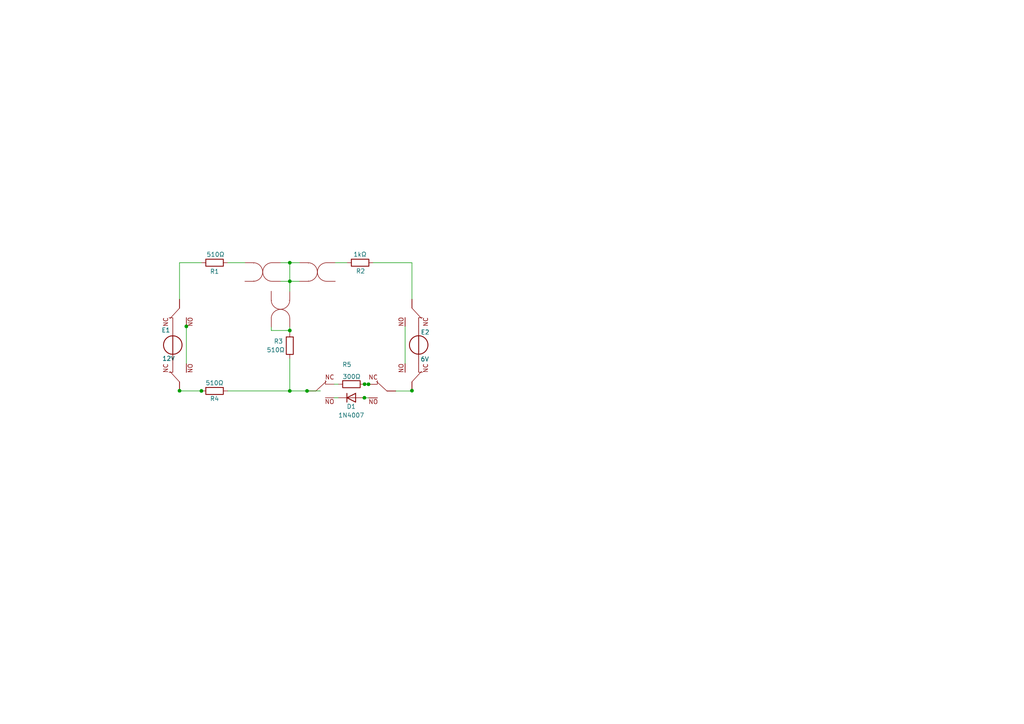
<source format=kicad_sch>
(kicad_sch (version 20211123) (generator eeschema)

  (uuid 1983aec5-1abc-426b-ad6b-36ebd5990c3c)

  (paper "A4")

  (lib_symbols
    (symbol "AmPlug_1" (pin_numbers hide) (pin_names hide) (in_bom yes) (on_board yes)
      (property "Reference" "P1" (id 0) (at -0.0127 7.7978 0)
        (effects (font (size 1.27 1.27)) hide)
      )
      (property "Value" "AmPlug" (id 1) (at -0.0127 5.2578 0)
        (effects (font (size 1.27 1.27)) hide)
      )
      (property "Footprint" "test2021:ImaPlug" (id 2) (at 0 0 0)
        (effects (font (size 1.27 1.27)) hide)
      )
      (property "Datasheet" "" (id 3) (at 0 0 0)
        (effects (font (size 1.27 1.27)) hide)
      )
      (symbol "AmPlug_1_0_1"
        (arc (start -2.6745 -2.6936) (mid -0.0241 -0.0381) (end -2.5983 2.6912)
          (stroke (width 0) (type default) (color 0 0 0 0))
          (fill (type none))
        )
        (arc (start -2.5908 2.4892) (mid -2.5908 2.4892) (end -2.5908 2.4892)
          (stroke (width 0) (type default) (color 0 0 0 0))
          (fill (type none))
        )
        (arc (start -2.5654 -2.5654) (mid -2.5654 -2.5654) (end -2.5654 -2.5654)
          (stroke (width 0) (type default) (color 0 0 0 0))
          (fill (type none))
        )
        (arc (start 2.6745 2.6936) (mid 0.0241 0.0381) (end 2.5983 -2.6912)
          (stroke (width 0) (type default) (color 0 0 0 0))
          (fill (type none))
        )
      )
      (symbol "AmPlug_1_1_1"
        (pin passive line (at -5.1816 2.6924 0) (length 2.54)
          (name "1" (effects (font (size 1.27 1.27))))
          (number "1" (effects (font (size 1.27 1.27))))
        )
        (pin passive line (at -5.1816 -2.6924 0) (length 2.54)
          (name "2" (effects (font (size 1.27 1.27))))
          (number "2" (effects (font (size 1.27 1.27))))
        )
        (pin passive line (at 5.207 2.6924 180) (length 2.54)
          (name "3" (effects (font (size 1.27 1.27))))
          (number "3" (effects (font (size 1.27 1.27))))
        )
        (pin passive line (at 5.207 -2.6924 180) (length 2.54)
          (name "4" (effects (font (size 1.27 1.27))))
          (number "4" (effects (font (size 1.27 1.27))))
        )
      )
    )
    (symbol "AmPlug_2" (pin_numbers hide) (pin_names hide) (in_bom yes) (on_board yes)
      (property "Reference" "P2" (id 0) (at -0.0127 7.8232 0)
        (effects (font (size 1.27 1.27)) hide)
      )
      (property "Value" "AmPlug" (id 1) (at -0.0127 5.2832 0)
        (effects (font (size 1.27 1.27)) hide)
      )
      (property "Footprint" "test2021:ImaPlug" (id 2) (at 0 0 0)
        (effects (font (size 1.27 1.27)) hide)
      )
      (property "Datasheet" "" (id 3) (at 0 0 0)
        (effects (font (size 1.27 1.27)) hide)
      )
      (symbol "AmPlug_2_0_1"
        (arc (start -2.6745 -2.6936) (mid -0.0241 -0.0381) (end -2.5983 2.6912)
          (stroke (width 0) (type default) (color 0 0 0 0))
          (fill (type none))
        )
        (arc (start -2.5908 2.4892) (mid -2.5908 2.4892) (end -2.5908 2.4892)
          (stroke (width 0) (type default) (color 0 0 0 0))
          (fill (type none))
        )
        (arc (start -2.5654 -2.5654) (mid -2.5654 -2.5654) (end -2.5654 -2.5654)
          (stroke (width 0) (type default) (color 0 0 0 0))
          (fill (type none))
        )
        (arc (start 2.6745 2.6936) (mid 0.0241 0.0381) (end 2.5983 -2.6912)
          (stroke (width 0) (type default) (color 0 0 0 0))
          (fill (type none))
        )
      )
      (symbol "AmPlug_2_1_1"
        (pin passive line (at 5.207 2.6924 180) (length 2.54)
          (name "1" (effects (font (size 1.27 1.27))))
          (number "1" (effects (font (size 1.27 1.27))))
        )
        (pin passive line (at 5.207 -2.6924 180) (length 2.54)
          (name "2" (effects (font (size 1.27 1.27))))
          (number "2" (effects (font (size 1.27 1.27))))
        )
        (pin passive line (at -5.1816 2.6924 0) (length 2.54)
          (name "3" (effects (font (size 1.27 1.27))))
          (number "3" (effects (font (size 1.27 1.27))))
        )
        (pin passive line (at -5.2578 -2.6924 0) (length 2.54)
          (name "4" (effects (font (size 1.27 1.27))))
          (number "4" (effects (font (size 1.27 1.27))))
        )
      )
    )
    (symbol "Device:R" (pin_numbers hide) (pin_names (offset 0)) (in_bom yes) (on_board yes)
      (property "Reference" "R" (id 0) (at 2.032 0 90)
        (effects (font (size 1.27 1.27)))
      )
      (property "Value" "R" (id 1) (at 0 0 90)
        (effects (font (size 1.27 1.27)))
      )
      (property "Footprint" "" (id 2) (at -1.778 0 90)
        (effects (font (size 1.27 1.27)) hide)
      )
      (property "Datasheet" "~" (id 3) (at 0 0 0)
        (effects (font (size 1.27 1.27)) hide)
      )
      (property "ki_keywords" "R res resistor" (id 4) (at 0 0 0)
        (effects (font (size 1.27 1.27)) hide)
      )
      (property "ki_description" "Resistor" (id 5) (at 0 0 0)
        (effects (font (size 1.27 1.27)) hide)
      )
      (property "ki_fp_filters" "R_*" (id 6) (at 0 0 0)
        (effects (font (size 1.27 1.27)) hide)
      )
      (symbol "R_0_1"
        (rectangle (start -1.016 -2.54) (end 1.016 2.54)
          (stroke (width 0.254) (type default) (color 0 0 0 0))
          (fill (type none))
        )
      )
      (symbol "R_1_1"
        (pin passive line (at 0 3.81 270) (length 1.27)
          (name "~" (effects (font (size 1.27 1.27))))
          (number "1" (effects (font (size 1.27 1.27))))
        )
        (pin passive line (at 0 -3.81 90) (length 1.27)
          (name "~" (effects (font (size 1.27 1.27))))
          (number "2" (effects (font (size 1.27 1.27))))
        )
      )
    )
    (symbol "Diode:1N4007" (pin_numbers hide) (pin_names (offset 1.016) hide) (in_bom yes) (on_board yes)
      (property "Reference" "D" (id 0) (at 0 2.54 0)
        (effects (font (size 1.27 1.27)))
      )
      (property "Value" "1N4007" (id 1) (at 0 -2.54 0)
        (effects (font (size 1.27 1.27)))
      )
      (property "Footprint" "Diode_THT:D_DO-41_SOD81_P10.16mm_Horizontal" (id 2) (at 0 -4.445 0)
        (effects (font (size 1.27 1.27)) hide)
      )
      (property "Datasheet" "http://www.vishay.com/docs/88503/1n4001.pdf" (id 3) (at 0 0 0)
        (effects (font (size 1.27 1.27)) hide)
      )
      (property "ki_keywords" "diode" (id 4) (at 0 0 0)
        (effects (font (size 1.27 1.27)) hide)
      )
      (property "ki_description" "1000V 1A General Purpose Rectifier Diode, DO-41" (id 5) (at 0 0 0)
        (effects (font (size 1.27 1.27)) hide)
      )
      (property "ki_fp_filters" "D*DO?41*" (id 6) (at 0 0 0)
        (effects (font (size 1.27 1.27)) hide)
      )
      (symbol "1N4007_0_1"
        (polyline
          (pts
            (xy -1.27 1.27)
            (xy -1.27 -1.27)
          )
          (stroke (width 0.254) (type default) (color 0 0 0 0))
          (fill (type none))
        )
        (polyline
          (pts
            (xy 1.27 0)
            (xy -1.27 0)
          )
          (stroke (width 0) (type default) (color 0 0 0 0))
          (fill (type none))
        )
        (polyline
          (pts
            (xy 1.27 1.27)
            (xy 1.27 -1.27)
            (xy -1.27 0)
            (xy 1.27 1.27)
          )
          (stroke (width 0.254) (type default) (color 0 0 0 0))
          (fill (type none))
        )
      )
      (symbol "1N4007_1_1"
        (pin passive line (at -3.81 0 0) (length 2.54)
          (name "K" (effects (font (size 1.27 1.27))))
          (number "1" (effects (font (size 1.27 1.27))))
        )
        (pin passive line (at 3.81 0 180) (length 2.54)
          (name "A" (effects (font (size 1.27 1.27))))
          (number "2" (effects (font (size 1.27 1.27))))
        )
      )
    )
    (symbol "Es_1" (pin_numbers hide) (pin_names hide) (in_bom yes) (on_board yes)
      (property "Reference" "U" (id 0) (at -3.9116 -1.8796 0)
        (effects (font (size 1.27 1.27)))
      )
      (property "Value" "Es_1" (id 1) (at -3.7338 1.9812 0)
        (effects (font (size 1.27 1.27)))
      )
      (property "Footprint" "" (id 2) (at 0 0 0)
        (effects (font (size 1.27 1.27)) hide)
      )
      (property "Datasheet" "" (id 3) (at 0 0 0)
        (effects (font (size 1.27 1.27)) hide)
      )
      (symbol "Es_1_0_1"
        (polyline
          (pts
            (xy 0 2.6162)
            (xy 0 -2.6162)
          )
          (stroke (width 0.254) (type default) (color 0 0 0 0))
          (fill (type none))
        )
        (circle (center 0 0) (radius 2.6823)
          (stroke (width 0.254) (type default) (color 0 0 0 0))
          (fill (type none))
        )
      )
      (symbol "Es_1_1_1"
        (pin output line (at 0 5.3594 270) (length 2.54)
          (name "V+" (effects (font (size 1.27 1.27))))
          (number "1" (effects (font (size 1.27 1.27))))
        )
        (pin output line (at 0 -5.3594 90) (length 2.54)
          (name "V-" (effects (font (size 1.27 1.27))))
          (number "2" (effects (font (size 1.27 1.27))))
        )
      )
    )
    (symbol "Relay_1" (pin_numbers hide) (pin_names hide) (in_bom yes) (on_board yes)
      (property "Reference" "Rl6" (id 0) (at 1.0729 4.9784 90)
        (effects (font (size 1.27 1.27)) (justify left) hide)
      )
      (property "Value" "Relay" (id 1) (at 3.6129 4.9784 90)
        (effects (font (size 1.27 1.27)) (justify left) hide)
      )
      (property "Footprint" "test2021:RLy" (id 2) (at 0.2794 3.3274 0)
        (effects (font (size 1.27 1.27)) hide)
      )
      (property "Datasheet" "" (id 3) (at 0 0 0)
        (effects (font (size 1.27 1.27)) hide)
      )
      (symbol "Relay_1_0_0"
        (text "NC" (at -1.4732 -3.9878 0)
          (effects (font (size 1.27 1.27)))
        )
        (text "NO" (at -1.4478 3.1242 0)
          (effects (font (size 1.27 1.27)))
        )
      )
      (symbol "Relay_1_0_1"
        (polyline
          (pts
            (xy -0.508 -2.7686)
            (xy 2.5146 0)
          )
          (stroke (width 0) (type default) (color 0 0 0 0))
          (fill (type none))
        )
        (polyline
          (pts
            (xy -0.254 -1.9558)
            (xy -0.254 -3.048)
          )
          (stroke (width 0) (type default) (color 0 0 0 0))
          (fill (type none))
        )
        (polyline
          (pts
            (xy 7.5438 0.0762)
            (xy 7.5438 0.0762)
          )
          (stroke (width 0) (type default) (color 0 0 0 0))
          (fill (type none))
        )
      )
      (symbol "Relay_1_1_1"
        (pin passive line (at 5.08 0 180) (length 2.54)
          (name "Com" (effects (font (size 1.27 1.27))))
          (number "1" (effects (font (size 1.27 1.27))))
        )
        (pin passive line (at -2.7686 1.9812 0) (length 2.54)
          (name "NO" (effects (font (size 1.27 1.27))))
          (number "2" (effects (font (size 1.27 1.27))))
        )
        (pin passive line (at -2.8194 -1.9558 0) (length 2.54)
          (name "NC" (effects (font (size 1.27 1.27))))
          (number "3" (effects (font (size 1.27 1.27))))
        )
      )
    )
    (symbol "Relay_2" (pin_numbers hide) (pin_names hide) (in_bom yes) (on_board yes)
      (property "Reference" "Rl5" (id 0) (at 6.0452 -3.6132 90)
        (effects (font (size 1.27 1.27)) (justify left) hide)
      )
      (property "Value" "Relay" (id 1) (at 6.0452 -1.0732 90)
        (effects (font (size 1.27 1.27)) (justify left) hide)
      )
      (property "Footprint" "test2021:RLy" (id 2) (at 2.2352 0.0508 0)
        (effects (font (size 1.27 1.27)) hide)
      )
      (property "Datasheet" "" (id 3) (at 0 0 0)
        (effects (font (size 1.27 1.27)) hide)
      )
      (symbol "Relay_2_0_0"
        (text "NC" (at -1.4732 -3.9878 0)
          (effects (font (size 1.27 1.27)))
        )
        (text "NO" (at -1.4478 3.1242 0)
          (effects (font (size 1.27 1.27)))
        )
      )
      (symbol "Relay_2_0_1"
        (polyline
          (pts
            (xy -0.508 -2.7686)
            (xy 2.5146 0)
          )
          (stroke (width 0) (type default) (color 0 0 0 0))
          (fill (type none))
        )
        (polyline
          (pts
            (xy -0.254 -1.9558)
            (xy -0.254 -3.048)
          )
          (stroke (width 0) (type default) (color 0 0 0 0))
          (fill (type none))
        )
        (polyline
          (pts
            (xy 7.5438 0.0762)
            (xy 7.5438 0.0762)
          )
          (stroke (width 0) (type default) (color 0 0 0 0))
          (fill (type none))
        )
      )
      (symbol "Relay_2_1_1"
        (pin passive line (at 5.08 0 180) (length 2.54)
          (name "Com" (effects (font (size 1.27 1.27))))
          (number "1" (effects (font (size 1.27 1.27))))
        )
        (pin passive line (at -2.7686 1.9812 0) (length 2.54)
          (name "NO" (effects (font (size 1.27 1.27))))
          (number "2" (effects (font (size 1.27 1.27))))
        )
        (pin passive line (at -2.8194 -1.9558 0) (length 2.54)
          (name "NC" (effects (font (size 1.27 1.27))))
          (number "3" (effects (font (size 1.27 1.27))))
        )
      )
    )
    (symbol "Relay_3" (pin_numbers hide) (pin_names hide) (in_bom yes) (on_board yes)
      (property "Reference" "Rl3" (id 0) (at 6.0452 3.6132 90)
        (effects (font (size 1.27 1.27)) (justify left) hide)
      )
      (property "Value" "Relay" (id 1) (at 6.0452 1.0732 90)
        (effects (font (size 1.27 1.27)) (justify left) hide)
      )
      (property "Footprint" "test2021:RLy" (id 2) (at -1.3462 0.1778 0)
        (effects (font (size 1.27 1.27)) hide)
      )
      (property "Datasheet" "" (id 3) (at 0 0 0)
        (effects (font (size 1.27 1.27)) hide)
      )
      (symbol "Relay_3_0_0"
        (text "NC" (at -1.4732 -3.9878 0)
          (effects (font (size 1.27 1.27)))
        )
        (text "NO" (at -1.4478 3.1242 0)
          (effects (font (size 1.27 1.27)))
        )
      )
      (symbol "Relay_3_0_1"
        (polyline
          (pts
            (xy -0.508 -2.7686)
            (xy 2.5146 0)
          )
          (stroke (width 0) (type default) (color 0 0 0 0))
          (fill (type none))
        )
        (polyline
          (pts
            (xy -0.254 -1.9558)
            (xy -0.254 -3.048)
          )
          (stroke (width 0) (type default) (color 0 0 0 0))
          (fill (type none))
        )
        (polyline
          (pts
            (xy 7.5438 0.0762)
            (xy 7.5438 0.0762)
          )
          (stroke (width 0) (type default) (color 0 0 0 0))
          (fill (type none))
        )
      )
      (symbol "Relay_3_1_1"
        (pin passive line (at 5.08 0 180) (length 2.54)
          (name "Com" (effects (font (size 1.27 1.27))))
          (number "1" (effects (font (size 1.27 1.27))))
        )
        (pin passive line (at -2.8194 -1.9558 0) (length 2.54)
          (name "NC" (effects (font (size 1.27 1.27))))
          (number "2" (effects (font (size 1.27 1.27))))
        )
        (pin passive line (at -2.7686 1.9812 0) (length 2.54)
          (name "NO" (effects (font (size 1.27 1.27))))
          (number "3" (effects (font (size 1.27 1.27))))
        )
      )
    )
    (symbol "Relay_4" (pin_numbers hide) (pin_names hide) (in_bom yes) (on_board yes)
      (property "Reference" "Rl4" (id 0) (at 4.9784 -1.0729 90)
        (effects (font (size 1.27 1.27)) (justify left) hide)
      )
      (property "Value" "Relay" (id 1) (at 4.9784 -3.6129 90)
        (effects (font (size 1.27 1.27)) (justify left) hide)
      )
      (property "Footprint" "test2021:RLy" (id 2) (at -1.9558 0.1778 0)
        (effects (font (size 1.27 1.27)) hide)
      )
      (property "Datasheet" "" (id 3) (at 0 0 0)
        (effects (font (size 1.27 1.27)) hide)
      )
      (symbol "Relay_4_0_0"
        (text "NC" (at -1.4732 -3.9878 0)
          (effects (font (size 1.27 1.27)))
        )
        (text "NO" (at -1.4478 3.1242 0)
          (effects (font (size 1.27 1.27)))
        )
      )
      (symbol "Relay_4_0_1"
        (polyline
          (pts
            (xy -0.508 -2.7686)
            (xy 2.5146 0)
          )
          (stroke (width 0) (type default) (color 0 0 0 0))
          (fill (type none))
        )
        (polyline
          (pts
            (xy -0.254 -1.9558)
            (xy -0.254 -3.048)
          )
          (stroke (width 0) (type default) (color 0 0 0 0))
          (fill (type none))
        )
        (polyline
          (pts
            (xy 7.5438 0.0762)
            (xy 7.5438 0.0762)
          )
          (stroke (width 0) (type default) (color 0 0 0 0))
          (fill (type none))
        )
      )
      (symbol "Relay_4_1_1"
        (pin passive line (at 5.08 0 180) (length 2.54)
          (name "Com" (effects (font (size 1.27 1.27))))
          (number "1" (effects (font (size 1.27 1.27))))
        )
        (pin passive line (at -2.8194 -1.9558 0) (length 2.54)
          (name "NC" (effects (font (size 1.27 1.27))))
          (number "2" (effects (font (size 1.27 1.27))))
        )
        (pin passive line (at -2.7686 1.9812 0) (length 2.54)
          (name "NO" (effects (font (size 1.27 1.27))))
          (number "3" (effects (font (size 1.27 1.27))))
        )
      )
    )
    (symbol "Relay_5" (pin_numbers hide) (pin_names hide) (in_bom yes) (on_board yes)
      (property "Reference" "Rl1" (id 0) (at -2.3431 9.144 0)
        (effects (font (size 1.27 1.27)) hide)
      )
      (property "Value" "Relay_5" (id 1) (at -2.3431 6.604 0)
        (effects (font (size 1.27 1.27)) hide)
      )
      (property "Footprint" "test2021:RLy" (id 2) (at -5.2324 -0.0254 0)
        (effects (font (size 1.27 1.27)) hide)
      )
      (property "Datasheet" "" (id 3) (at 0 0 0)
        (effects (font (size 1.27 1.27)) hide)
      )
      (symbol "Relay_5_0_0"
        (text "NC" (at -1.4732 -3.9878 0)
          (effects (font (size 1.27 1.27)))
        )
        (text "NO" (at -1.4478 3.1242 0)
          (effects (font (size 1.27 1.27)))
        )
      )
      (symbol "Relay_5_0_1"
        (polyline
          (pts
            (xy -0.508 -2.7686)
            (xy 2.5146 0)
          )
          (stroke (width 0) (type default) (color 0 0 0 0))
          (fill (type none))
        )
        (polyline
          (pts
            (xy -0.254 -1.9558)
            (xy -0.254 -3.048)
          )
          (stroke (width 0) (type default) (color 0 0 0 0))
          (fill (type none))
        )
        (polyline
          (pts
            (xy 7.5438 0.0762)
            (xy 7.5438 0.0762)
          )
          (stroke (width 0) (type default) (color 0 0 0 0))
          (fill (type none))
        )
      )
      (symbol "Relay_5_1_1"
        (pin passive line (at 5.08 0 180) (length 2.54)
          (name "Com" (effects (font (size 1.27 1.27))))
          (number "1" (effects (font (size 1.27 1.27))))
        )
        (pin passive line (at -2.8194 -1.9558 0) (length 2.54)
          (name "NC" (effects (font (size 1.27 1.27))))
          (number "2" (effects (font (size 1.27 1.27))))
        )
        (pin passive line (at -2.7686 1.9812 0) (length 2.54)
          (name "NO" (effects (font (size 1.27 1.27))))
          (number "3" (effects (font (size 1.27 1.27))))
        )
      )
    )
    (symbol "test2020:AmPlug" (pin_numbers hide) (pin_names hide) (in_bom yes) (on_board yes)
      (property "Reference" "P3" (id 0) (at 1.2828 -3.7592 90)
        (effects (font (size 1.27 1.27)) (justify left) hide)
      )
      (property "Value" "AmPlug" (id 1) (at -1.2572 -3.7592 90)
        (effects (font (size 1.27 1.27)) (justify left) hide)
      )
      (property "Footprint" "test2021:ImaPlug" (id 2) (at 0 0 0)
        (effects (font (size 1.27 1.27)) hide)
      )
      (property "Datasheet" "" (id 3) (at 0 0 0)
        (effects (font (size 1.27 1.27)) hide)
      )
      (symbol "AmPlug_0_1"
        (arc (start -2.6745 -2.6936) (mid -0.0241 -0.0381) (end -2.5983 2.6912)
          (stroke (width 0) (type default) (color 0 0 0 0))
          (fill (type none))
        )
        (arc (start -2.5908 2.4892) (mid -2.5908 2.4892) (end -2.5908 2.4892)
          (stroke (width 0) (type default) (color 0 0 0 0))
          (fill (type none))
        )
        (arc (start -2.5654 -2.5654) (mid -2.5654 -2.5654) (end -2.5654 -2.5654)
          (stroke (width 0) (type default) (color 0 0 0 0))
          (fill (type none))
        )
        (arc (start 2.6745 2.6936) (mid 0.0241 0.0381) (end 2.5983 -2.6912)
          (stroke (width 0) (type default) (color 0 0 0 0))
          (fill (type none))
        )
      )
      (symbol "AmPlug_1_1"
        (pin passive line (at 5.207 2.6924 180) (length 2.54)
          (name "1" (effects (font (size 1.27 1.27))))
          (number "1" (effects (font (size 1.27 1.27))))
        )
        (pin passive line (at 5.207 -2.667 180) (length 2.54)
          (name "2" (effects (font (size 1.27 1.27))))
          (number "2" (effects (font (size 1.27 1.27))))
        )
        (pin passive line (at -5.1816 2.6924 0) (length 2.54)
          (name "3" (effects (font (size 1.27 1.27))))
          (number "3" (effects (font (size 1.27 1.27))))
        )
        (pin passive line (at -5.2578 -2.6924 0) (length 2.54)
          (name "4" (effects (font (size 1.27 1.27))))
          (number "4" (effects (font (size 1.27 1.27))))
        )
      )
    )
    (symbol "test2020:Es" (pin_numbers hide) (pin_names hide) (in_bom yes) (on_board yes)
      (property "Reference" "U" (id 0) (at -3.9116 -1.8796 0)
        (effects (font (size 1.27 1.27)))
      )
      (property "Value" "Es" (id 1) (at -3.7338 1.9812 0)
        (effects (font (size 1.27 1.27)))
      )
      (property "Footprint" "" (id 2) (at 0 0 0)
        (effects (font (size 1.27 1.27)) hide)
      )
      (property "Datasheet" "" (id 3) (at 0 0 0)
        (effects (font (size 1.27 1.27)) hide)
      )
      (symbol "Es_0_1"
        (polyline
          (pts
            (xy 0 2.6162)
            (xy 0 -2.6162)
          )
          (stroke (width 0.254) (type default) (color 0 0 0 0))
          (fill (type none))
        )
        (circle (center 0 0) (radius 2.6823)
          (stroke (width 0.254) (type default) (color 0 0 0 0))
          (fill (type none))
        )
      )
      (symbol "Es_1_1"
        (pin output line (at 0 5.3594 270) (length 2.54)
          (name "V+" (effects (font (size 1.27 1.27))))
          (number "1" (effects (font (size 1.27 1.27))))
        )
        (pin output line (at 0 -5.3594 90) (length 2.54)
          (name "V-" (effects (font (size 1.27 1.27))))
          (number "2" (effects (font (size 1.27 1.27))))
        )
      )
    )
    (symbol "test2020:Relay" (pin_numbers hide) (pin_names hide) (in_bom yes) (on_board yes)
      (property "Reference" "Rl2" (id 0) (at 2.343 9.8552 0)
        (effects (font (size 1.27 1.27)) hide)
      )
      (property "Value" "Relay" (id 1) (at 2.343 7.3152 0)
        (effects (font (size 1.27 1.27)) hide)
      )
      (property "Footprint" "test2021:RLy" (id 2) (at -1.8542 -0.0254 0)
        (effects (font (size 1.27 1.27)) hide)
      )
      (property "Datasheet" "" (id 3) (at 0 0 0)
        (effects (font (size 1.27 1.27)) hide)
      )
      (symbol "Relay_0_0"
        (text "NC" (at -1.4732 -3.9878 0)
          (effects (font (size 1.27 1.27)))
        )
        (text "NO" (at -1.4478 3.1242 0)
          (effects (font (size 1.27 1.27)))
        )
      )
      (symbol "Relay_0_1"
        (polyline
          (pts
            (xy -0.508 -2.7686)
            (xy 2.5146 0)
          )
          (stroke (width 0) (type default) (color 0 0 0 0))
          (fill (type none))
        )
        (polyline
          (pts
            (xy -0.254 -1.9558)
            (xy -0.254 -3.048)
          )
          (stroke (width 0) (type default) (color 0 0 0 0))
          (fill (type none))
        )
        (polyline
          (pts
            (xy 7.5438 0.0762)
            (xy 7.5438 0.0762)
          )
          (stroke (width 0) (type default) (color 0 0 0 0))
          (fill (type none))
        )
      )
      (symbol "Relay_1_1"
        (pin passive line (at 5.08 0 180) (length 2.54)
          (name "Com" (effects (font (size 1.27 1.27))))
          (number "1" (effects (font (size 1.27 1.27))))
        )
        (pin passive line (at -2.8194 -1.9558 0) (length 2.54)
          (name "NC" (effects (font (size 1.27 1.27))))
          (number "2" (effects (font (size 1.27 1.27))))
        )
        (pin passive line (at -2.7686 1.9812 0) (length 2.54)
          (name "NO" (effects (font (size 1.27 1.27))))
          (number "3" (effects (font (size 1.27 1.27))))
        )
      )
    )
  )

  (junction (at 119.4816 113.3094) (diameter 0) (color 0 0 0 0)
    (uuid 086485b3-c8c2-4381-85ac-ba6664d56c28)
  )
  (junction (at 84.0486 76.2) (diameter 0) (color 0 0 0 0)
    (uuid 0a191f56-f75d-4e8c-9535-d02a858cd445)
  )
  (junction (at 89.0524 113.3856) (diameter 0) (color 0 0 0 0)
    (uuid 27d2efc5-9f8d-4d73-b6b2-9ec506b213f0)
  )
  (junction (at 58.42 113.3856) (diameter 0) (color 0 0 0 0)
    (uuid 5f031177-46ba-44dd-bb5b-af679de83b5f)
  )
  (junction (at 84.0486 113.3856) (diameter 0) (color 0 0 0 0)
    (uuid 737c785e-c14b-4a0f-8152-d8c1176a5f9a)
  )
  (junction (at 105.7402 111.4298) (diameter 0) (color 0 0 0 0)
    (uuid 7a40aad0-101e-4277-8005-cfb1257925bd)
  )
  (junction (at 106.8832 111.4552) (diameter 0) (color 0 0 0 0)
    (uuid 8b90082f-eae1-42e1-b212-7a716d07d796)
  )
  (junction (at 84.0486 95.8596) (diameter 0) (color 0 0 0 0)
    (uuid 8dc656b4-cba5-4d7a-8fc7-ef8bf7387bf7)
  )
  (junction (at 52.07 113.3348) (diameter 0) (color 0 0 0 0)
    (uuid 979d9c7e-b536-49ba-b80e-74e798cf27e9)
  )
  (junction (at 54.0512 94.6658) (diameter 0) (color 0 0 0 0)
    (uuid 98406499-b3e7-4d5b-9e7b-782b53e68bb7)
  )
  (junction (at 105.6894 115.3668) (diameter 0) (color 0 0 0 0)
    (uuid d1c0dbd5-bc06-44ff-bd9e-73393dd25a0b)
  )
  (junction (at 84.0486 81.5848) (diameter 0) (color 0 0 0 0)
    (uuid e14beaf7-3318-4505-b9c6-c935349b0b94)
  )

  (wire (pts (xy 84.0486 81.5848) (xy 86.7918 81.5848))
    (stroke (width 0) (type default) (color 0 0 0 0))
    (uuid 00340f22-8d9c-4e92-952b-1349bbe8b0fe)
  )
  (wire (pts (xy 66.04 113.3856) (xy 84.0486 113.3856))
    (stroke (width 0) (type default) (color 0 0 0 0))
    (uuid 03f132de-7150-4a30-aa2b-7c18ebc816ca)
  )
  (wire (pts (xy 58.42 113.3856) (xy 58.4454 113.3856))
    (stroke (width 0) (type default) (color 0 0 0 0))
    (uuid 044554f3-aca8-4323-ae90-e6f08fe2de82)
  )
  (wire (pts (xy 84.0486 104.0638) (xy 84.0486 113.3856))
    (stroke (width 0) (type default) (color 0 0 0 0))
    (uuid 0a62e79e-e9cf-4b30-914f-c4f2feeba1b2)
  )
  (wire (pts (xy 52.07 113.3856) (xy 58.42 113.3856))
    (stroke (width 0) (type default) (color 0 0 0 0))
    (uuid 0ec7cb0e-a143-4f7b-90ce-f1aef2b19957)
  )
  (wire (pts (xy 106.934 115.3922) (xy 105.6894 115.3922))
    (stroke (width 0) (type default) (color 0 0 0 0))
    (uuid 111bf5aa-9a25-428d-98eb-543fb6dc56d1)
  )
  (wire (pts (xy 84.0486 81.5848) (xy 84.0486 84.5312))
    (stroke (width 0) (type default) (color 0 0 0 0))
    (uuid 2301b9b6-8373-47a4-a479-31f933a63ada)
  )
  (wire (pts (xy 114.7826 113.411) (xy 119.4816 113.411))
    (stroke (width 0) (type default) (color 0 0 0 0))
    (uuid 2473800e-4992-41a6-94b5-31ce2dab47b9)
  )
  (wire (pts (xy 84.0486 76.2) (xy 84.0486 81.5848))
    (stroke (width 0) (type default) (color 0 0 0 0))
    (uuid 2654272f-40cc-4fec-97c8-feb4368ba631)
  )
  (wire (pts (xy 52.07 86.8172) (xy 52.07 76.2))
    (stroke (width 0) (type default) (color 0 0 0 0))
    (uuid 28c133cf-fd3a-42f5-a7ea-dfd411c146c9)
  )
  (wire (pts (xy 81.407 81.5848) (xy 84.0486 81.5848))
    (stroke (width 0) (type default) (color 0 0 0 0))
    (uuid 2cca0a35-a518-4985-aa18-8430586c15f7)
  )
  (wire (pts (xy 119.4816 76.2) (xy 108.2548 76.2))
    (stroke (width 0) (type default) (color 0 0 0 0))
    (uuid 38d2942e-e3ea-4288-91a5-b189929c191e)
  )
  (wire (pts (xy 78.6892 95.8596) (xy 84.0486 95.8596))
    (stroke (width 0) (type default) (color 0 0 0 0))
    (uuid 3f8822a8-1091-4080-afd6-f4c52a63c4ee)
  )
  (wire (pts (xy 96.9518 111.4298) (xy 98.1202 111.4298))
    (stroke (width 0) (type default) (color 0 0 0 0))
    (uuid 45a30898-7022-40da-b95e-6250abdf13e7)
  )
  (wire (pts (xy 105.7402 111.4552) (xy 106.8832 111.4552))
    (stroke (width 0) (type default) (color 0 0 0 0))
    (uuid 4fe0d164-1bf2-4162-b84b-72859d7753c0)
  )
  (wire (pts (xy 52.07 113.3348) (xy 52.07 113.3856))
    (stroke (width 0) (type default) (color 0 0 0 0))
    (uuid 51507c63-f8a3-4dee-babf-3499c41d899f)
  )
  (wire (pts (xy 84.0486 76.2) (xy 86.868 76.2))
    (stroke (width 0) (type default) (color 0 0 0 0))
    (uuid 62c66cea-9e03-4ba1-8dd2-c34856d3f106)
  )
  (wire (pts (xy 119.4816 76.2) (xy 119.4816 86.7918))
    (stroke (width 0) (type default) (color 0 0 0 0))
    (uuid 6d764377-e8e1-4ad8-84aa-402d06234b23)
  )
  (wire (pts (xy 54.0512 94.6658) (xy 54.0512 105.4862))
    (stroke (width 0) (type default) (color 0 0 0 0))
    (uuid 6dd3c965-bb36-4844-bd94-2dde243b6322)
  )
  (wire (pts (xy 106.8832 111.4552) (xy 106.9086 111.4552))
    (stroke (width 0) (type default) (color 0 0 0 0))
    (uuid 7dfdcfc7-4955-45f5-acbc-bf959955658c)
  )
  (wire (pts (xy 84.0486 113.3856) (xy 89.0524 113.3856))
    (stroke (width 0) (type default) (color 0 0 0 0))
    (uuid 7ed1bee8-a5f4-4fe9-9631-aa19c3e709ec)
  )
  (wire (pts (xy 81.407 76.2) (xy 84.0486 76.2))
    (stroke (width 0) (type default) (color 0 0 0 0))
    (uuid 80e4b667-e6fe-4f0c-a08c-60046ba6bdcd)
  )
  (wire (pts (xy 105.7402 111.4552) (xy 105.7402 111.4298))
    (stroke (width 0) (type default) (color 0 0 0 0))
    (uuid 90d4618a-213e-4ea0-8def-fc6260109897)
  )
  (wire (pts (xy 89.0524 113.3856) (xy 92.9386 113.3856))
    (stroke (width 0) (type default) (color 0 0 0 0))
    (uuid 96d379bb-ccc3-4423-a16a-eeea45722bf1)
  )
  (wire (pts (xy 66.04 76.2) (xy 71.0184 76.2))
    (stroke (width 0) (type default) (color 0 0 0 0))
    (uuid 9c083b00-9736-4f52-8920-850e7520eb09)
  )
  (wire (pts (xy 52.07 76.2) (xy 58.42 76.2))
    (stroke (width 0) (type default) (color 0 0 0 0))
    (uuid a893c35a-0910-45fe-b397-81329b353f8e)
  )
  (wire (pts (xy 96.901 115.3668) (xy 98.0694 115.3668))
    (stroke (width 0) (type default) (color 0 0 0 0))
    (uuid b12e9713-7499-4abc-b55f-8a5b6b925bbe)
  )
  (wire (pts (xy 84.0486 94.9198) (xy 84.0486 95.8596))
    (stroke (width 0) (type default) (color 0 0 0 0))
    (uuid c0d83df1-aa67-485b-b5c2-5c7cbbd19cf4)
  )
  (wire (pts (xy 119.4816 113.411) (xy 119.4816 113.3094))
    (stroke (width 0) (type default) (color 0 0 0 0))
    (uuid c24151bb-77b2-489f-a214-ccc16735d5f0)
  )
  (wire (pts (xy 117.5004 94.6404) (xy 117.5004 105.4608))
    (stroke (width 0) (type default) (color 0 0 0 0))
    (uuid c700e801-d8d5-423b-b89c-1320aeac1314)
  )
  (wire (pts (xy 54.0512 94.6404) (xy 54.0512 94.6658))
    (stroke (width 0) (type default) (color 0 0 0 0))
    (uuid df3859f1-ef11-40a7-822c-2d12e0126883)
  )
  (wire (pts (xy 105.6894 115.3922) (xy 105.6894 115.3668))
    (stroke (width 0) (type default) (color 0 0 0 0))
    (uuid e91e37f1-4022-420c-9c41-be4a81cb9ae4)
  )
  (wire (pts (xy 97.2566 76.2) (xy 100.6348 76.2))
    (stroke (width 0) (type default) (color 0 0 0 0))
    (uuid f50cd91c-0e59-42b8-87bf-eeeeede6ef32)
  )
  (wire (pts (xy 78.6892 94.9198) (xy 78.6892 95.8596))
    (stroke (width 0) (type default) (color 0 0 0 0))
    (uuid f5208431-ad0e-4695-8f3f-24184069875e)
  )
  (wire (pts (xy 84.0486 95.8596) (xy 84.0486 96.4438))
    (stroke (width 0) (type default) (color 0 0 0 0))
    (uuid fff3b0d4-252b-4bba-8231-10b66bb73da1)
  )

  (symbol (lib_name "Relay_5") (lib_id "test2020:Relay") (at 94.1324 113.3856 180) (unit 1)
    (in_bom yes) (on_board yes) (fields_autoplaced)
    (uuid 0fc8702b-760d-4113-a607-acc606406ac4)
    (property "Reference" "Rl1" (id 0) (at 96.4755 122.5296 0)
      (effects (font (size 1.27 1.27)) hide)
    )
    (property "Value" "Relay" (id 1) (at 96.4755 119.9896 0)
      (effects (font (size 1.27 1.27)) hide)
    )
    (property "Footprint" "test2021:RLy" (id 2) (at 99.3648 113.3602 0)
      (effects (font (size 1.27 1.27)) hide)
    )
    (property "Datasheet" "" (id 3) (at 94.1324 113.3856 0)
      (effects (font (size 1.27 1.27)) hide)
    )
    (pin "1" (uuid 5879e9e3-670c-4097-bd2a-dc10648b4e98))
    (pin "2" (uuid c8fe3bef-fac9-4336-872c-3d1af293f198))
    (pin "3" (uuid db77c5ba-36d1-457d-8492-1396a3db8a1b))
  )

  (symbol (lib_id "Device:R") (at 62.23 76.2 90) (unit 1)
    (in_bom yes) (on_board yes)
    (uuid 1037c579-2ce7-4e79-98e0-bae592f97844)
    (property "Reference" "R1" (id 0) (at 62.23 78.74 90))
    (property "Value" "510Ω" (id 1) (at 62.5094 73.8124 90))
    (property "Footprint" "test2021:R" (id 2) (at 62.23 77.978 90)
      (effects (font (size 1.27 1.27)) hide)
    )
    (property "Datasheet" "~" (id 3) (at 62.23 76.2 0)
      (effects (font (size 1.27 1.27)) hide)
    )
    (pin "1" (uuid 36f74a3c-9fdd-44af-bc2c-6c390f73218e))
    (pin "2" (uuid aafea3ef-f1cd-40de-8635-4abb710b721d))
  )

  (symbol (lib_id "test2020:AmPlug") (at 81.3562 89.7128 270) (unit 1)
    (in_bom yes) (on_board yes) (fields_autoplaced)
    (uuid 1a6dc6c5-428c-4fb4-9ebf-bdfee3bbebdc)
    (property "Reference" "P3" (id 0) (at 77.597 90.9956 90)
      (effects (font (size 1.27 1.27)) (justify left) hide)
    )
    (property "Value" "AmPlug" (id 1) (at 77.597 88.4556 90)
      (effects (font (size 1.27 1.27)) (justify left) hide)
    )
    (property "Footprint" "test2021:ImaPlug" (id 2) (at 81.3562 89.7128 0)
      (effects (font (size 1.27 1.27)) hide)
    )
    (property "Datasheet" "" (id 3) (at 81.3562 89.7128 0)
      (effects (font (size 1.27 1.27)) hide)
    )
    (pin "1" (uuid 8b015698-496c-47d9-b8a8-4bfb38a7dca9))
    (pin "2" (uuid 983bcb04-09a3-4100-aa7c-b4e55a3cac21))
    (pin "3" (uuid e200cf92-7de6-4a3e-babc-30d56d439559))
    (pin "4" (uuid 1913baab-a822-4ef5-a332-eff45d1d8bc8))
  )

  (symbol (lib_name "Es_1") (lib_id "test2020:Es") (at 121.4374 100.0506 0) (unit 1)
    (in_bom yes) (on_board yes)
    (uuid 1e982293-5104-4842-ac24-2ec1798bf201)
    (property "Reference" "E2" (id 0) (at 122.0216 96.3676 0)
      (effects (font (size 1.27 1.27)) (justify left))
    )
    (property "Value" "6V" (id 1) (at 121.9454 104.1654 0)
      (effects (font (size 1.27 1.27)) (justify left))
    )
    (property "Footprint" "test2021:Vs" (id 2) (at 121.4374 100.0506 0)
      (effects (font (size 1.27 1.27)) hide)
    )
    (property "Datasheet" "" (id 3) (at 121.4374 100.0506 0)
      (effects (font (size 1.27 1.27)) hide)
    )
    (pin "1" (uuid 4129ea42-3702-4efa-89c3-2b36934f6c58))
    (pin "2" (uuid 6c6bb724-7d04-4d66-bfab-2816560096f7))
  )

  (symbol (lib_id "Diode:1N4007") (at 101.8794 115.3668 0) (unit 1)
    (in_bom yes) (on_board yes)
    (uuid 2da02048-3542-4f4a-8692-51b285452752)
    (property "Reference" "D1" (id 0) (at 101.8794 117.9068 0))
    (property "Value" "1N4007" (id 1) (at 101.8794 120.4468 0))
    (property "Footprint" "Diode_THT:D_DO-41_SOD81_P10.16mm_Horizontal" (id 2) (at 101.8794 119.8118 0)
      (effects (font (size 1.27 1.27)) hide)
    )
    (property "Datasheet" "http://www.vishay.com/docs/88503/1n4001.pdf" (id 3) (at 101.8794 115.3668 0)
      (effects (font (size 1.27 1.27)) hide)
    )
    (pin "1" (uuid 5281340e-67f1-44d9-8860-d44d7d238bd5))
    (pin "2" (uuid 09a2ddf6-3144-40a7-9c67-228466b17de8))
  )

  (symbol (lib_id "Device:R") (at 104.4448 76.2 90) (unit 1)
    (in_bom yes) (on_board yes)
    (uuid 469c4988-e8c1-4999-aacd-3875c020d05f)
    (property "Reference" "R2" (id 0) (at 104.5718 78.6384 90))
    (property "Value" "1kΩ" (id 1) (at 104.4194 73.787 90))
    (property "Footprint" "test2021:R" (id 2) (at 104.4448 77.978 90)
      (effects (font (size 1.27 1.27)) hide)
    )
    (property "Datasheet" "~" (id 3) (at 104.4448 76.2 0)
      (effects (font (size 1.27 1.27)) hide)
    )
    (pin "1" (uuid b2c0f3f9-ce3e-4c47-a0bd-97f1b0a6bff9))
    (pin "2" (uuid 6830a5f3-f50b-4165-8277-bd6c07fc4acf))
  )

  (symbol (lib_id "Device:R") (at 62.23 113.3856 90) (unit 1)
    (in_bom yes) (on_board yes)
    (uuid 58a9a52f-f134-490c-990f-a74ad21c4639)
    (property "Reference" "R4" (id 0) (at 62.23 115.6462 90))
    (property "Value" "510Ω" (id 1) (at 62.23 111.0742 90))
    (property "Footprint" "test2021:R" (id 2) (at 62.23 115.1636 90)
      (effects (font (size 1.27 1.27)) hide)
    )
    (property "Datasheet" "~" (id 3) (at 62.23 113.3856 0)
      (effects (font (size 1.27 1.27)) hide)
    )
    (pin "1" (uuid 41434b9b-3c3c-42b7-96f4-802edb150a86))
    (pin "2" (uuid 2277be2d-22d3-4146-9e73-5e62f9930869))
  )

  (symbol (lib_id "Device:R") (at 84.0486 100.2538 0) (unit 1)
    (in_bom yes) (on_board yes)
    (uuid 601c1344-9d04-421c-913c-dbfc3877ab24)
    (property "Reference" "R3" (id 0) (at 79.4004 98.9838 0)
      (effects (font (size 1.27 1.27)) (justify left))
    )
    (property "Value" "510Ω" (id 1) (at 77.3176 101.4984 0)
      (effects (font (size 1.27 1.27)) (justify left))
    )
    (property "Footprint" "test2021:R" (id 2) (at 82.2706 100.2538 90)
      (effects (font (size 1.27 1.27)) hide)
    )
    (property "Datasheet" "~" (id 3) (at 84.0486 100.2538 0)
      (effects (font (size 1.27 1.27)) hide)
    )
    (pin "1" (uuid 63e8bbd5-894b-4969-be3b-b045da1e20d9))
    (pin "2" (uuid ad48b2c7-df7e-4c19-b0ed-6354671c8a9d))
  )

  (symbol (lib_name "AmPlug_2") (lib_id "test2020:AmPlug") (at 92.0496 78.8924 0) (unit 1)
    (in_bom yes) (on_board yes) (fields_autoplaced)
    (uuid 70396495-7f00-48a0-8743-e148021e8883)
    (property "Reference" "P2" (id 0) (at 92.0369 71.0692 0)
      (effects (font (size 1.27 1.27)) hide)
    )
    (property "Value" "AmPlug" (id 1) (at 92.0369 73.6092 0)
      (effects (font (size 1.27 1.27)) hide)
    )
    (property "Footprint" "test2021:ImaPlug" (id 2) (at 92.0496 78.8924 0)
      (effects (font (size 1.27 1.27)) hide)
    )
    (property "Datasheet" "" (id 3) (at 92.0496 78.8924 0)
      (effects (font (size 1.27 1.27)) hide)
    )
    (pin "1" (uuid 46938deb-eb2a-4957-a860-5c01e7f20c53))
    (pin "2" (uuid c9a102ed-1ac4-4b56-beb8-79400a2d5186))
    (pin "3" (uuid 8560822d-2d0d-4af4-ab77-48f0e109da0d))
    (pin "4" (uuid f860040e-c1f6-4132-98b4-0a507817b08c))
  )

  (symbol (lib_id "test2020:Es") (at 50.1142 100.076 0) (unit 1)
    (in_bom yes) (on_board yes)
    (uuid 79b37838-95bb-4e77-94c6-4c08dac4834a)
    (property "Reference" "E1" (id 0) (at 46.8122 95.758 0)
      (effects (font (size 1.27 1.27)) (justify left))
    )
    (property "Value" "12V" (id 1) (at 47.0408 103.9876 0)
      (effects (font (size 1.27 1.27)) (justify left))
    )
    (property "Footprint" "test2021:Vs" (id 2) (at 50.1142 100.076 0)
      (effects (font (size 1.27 1.27)) hide)
    )
    (property "Datasheet" "" (id 3) (at 50.1142 100.076 0)
      (effects (font (size 1.27 1.27)) hide)
    )
    (pin "1" (uuid e27cbbfb-52da-4ecf-9075-4dfdf9ad69e0))
    (pin "2" (uuid 14b8ceba-c84a-4fec-81f5-cc07ffa5f468))
  )

  (symbol (lib_name "AmPlug_1") (lib_id "test2020:AmPlug") (at 76.2 78.8924 0) (unit 1)
    (in_bom yes) (on_board yes) (fields_autoplaced)
    (uuid 9d2595db-c4f7-47b3-aaa2-c4fdf5cb4f3f)
    (property "Reference" "P1" (id 0) (at 76.1873 71.0946 0)
      (effects (font (size 1.27 1.27)) hide)
    )
    (property "Value" "AmPlug" (id 1) (at 76.1873 73.6346 0)
      (effects (font (size 1.27 1.27)) hide)
    )
    (property "Footprint" "test2021:ImaPlug" (id 2) (at 76.2 78.8924 0)
      (effects (font (size 1.27 1.27)) hide)
    )
    (property "Datasheet" "" (id 3) (at 76.2 78.8924 0)
      (effects (font (size 1.27 1.27)) hide)
    )
    (pin "1" (uuid 10729962-c316-427e-bdf8-f35c79226b43))
    (pin "2" (uuid db537e00-f250-41f8-9e47-5a9f745b939c))
    (pin "3" (uuid a6fe993e-8907-4778-8c18-79b88044c502))
    (pin "4" (uuid d3330ae8-f143-434b-a981-0e3e53ce85e7))
  )

  (symbol (lib_name "Relay_1") (lib_id "test2020:Relay") (at 119.4816 108.2294 90) (mirror x) (unit 1)
    (in_bom yes) (on_board yes) (fields_autoplaced)
    (uuid bf9e03ee-8e14-4e9a-9145-7059cd830ac8)
    (property "Reference" "Rl6" (id 0) (at 114.5032 109.3023 90)
      (effects (font (size 1.27 1.27)) (justify left) hide)
    )
    (property "Value" "Relay" (id 1) (at 114.5032 111.8423 90)
      (effects (font (size 1.27 1.27)) (justify left) hide)
    )
    (property "Footprint" "test2021:RLy" (id 2) (at 116.1542 108.5088 0)
      (effects (font (size 1.27 1.27)) hide)
    )
    (property "Datasheet" "" (id 3) (at 119.4816 108.2294 0)
      (effects (font (size 1.27 1.27)) hide)
    )
    (pin "1" (uuid 3d57a9db-4a8b-4bb2-a39a-7b6328ce592c))
    (pin "2" (uuid 23d7d62c-9ddf-40f0-b1ce-101105e793fa))
    (pin "3" (uuid 6773bd3d-66bd-4e91-97fe-f2bd7b48c071))
  )

  (symbol (lib_id "Device:R") (at 101.9302 111.4298 90) (unit 1)
    (in_bom yes) (on_board yes)
    (uuid dc4a4b0d-8f1e-4616-8be6-62fbb99f574d)
    (property "Reference" "R5" (id 0) (at 100.6094 105.7402 90))
    (property "Value" "300Ω" (id 1) (at 101.981 109.2454 90))
    (property "Footprint" "test2021:R" (id 2) (at 101.9302 113.2078 90)
      (effects (font (size 1.27 1.27)) hide)
    )
    (property "Datasheet" "~" (id 3) (at 101.9302 111.4298 0)
      (effects (font (size 1.27 1.27)) hide)
    )
    (pin "1" (uuid 03b11984-f88b-4b42-8c19-2af3c0ebd576))
    (pin "2" (uuid 3c87a5c6-db54-4880-a803-3b94beec2bd3))
  )

  (symbol (lib_name "Relay_3") (lib_id "test2020:Relay") (at 52.07 91.8972 270) (mirror x) (unit 1)
    (in_bom yes) (on_board yes) (fields_autoplaced)
    (uuid e9a3816b-4dba-4cf2-9010-34f2346a18f7)
    (property "Reference" "Rl3" (id 0) (at 55.6832 85.852 90)
      (effects (font (size 1.27 1.27)) (justify left) hide)
    )
    (property "Value" "Relay" (id 1) (at 53.1432 85.852 90)
      (effects (font (size 1.27 1.27)) (justify left) hide)
    )
    (property "Footprint" "test2021:RLy" (id 2) (at 52.2478 93.2434 0)
      (effects (font (size 1.27 1.27)) hide)
    )
    (property "Datasheet" "" (id 3) (at 52.07 91.8972 0)
      (effects (font (size 1.27 1.27)) hide)
    )
    (pin "1" (uuid 7c5a881d-8d17-4011-b222-a134098154ef))
    (pin "2" (uuid b2746a7b-6e2b-455c-923b-cbb87e1cbbf2))
    (pin "3" (uuid c90bb4a1-8eee-4c9a-94d4-f32d415de6fb))
  )

  (symbol (lib_name "Relay_2") (lib_id "test2020:Relay") (at 119.4816 91.8718 90) (unit 1)
    (in_bom yes) (on_board yes) (fields_autoplaced)
    (uuid eb4e14a7-cb83-4d30-8ba9-6bd11240ba37)
    (property "Reference" "Rl5" (id 0) (at 123.0948 85.8266 90)
      (effects (font (size 1.27 1.27)) (justify left) hide)
    )
    (property "Value" "Relay" (id 1) (at 120.5548 85.8266 90)
      (effects (font (size 1.27 1.27)) (justify left) hide)
    )
    (property "Footprint" "test2021:RLy" (id 2) (at 119.4308 89.6366 0)
      (effects (font (size 1.27 1.27)) hide)
    )
    (property "Datasheet" "" (id 3) (at 119.4816 91.8718 0)
      (effects (font (size 1.27 1.27)) hide)
    )
    (pin "1" (uuid 30b73248-b6a1-4ee4-a369-16e3001a4f90))
    (pin "2" (uuid ef0efe1e-575e-45bb-880f-c5fe2eba7e64))
    (pin "3" (uuid cc74bdff-aed5-4dae-9f89-ca0202f8493f))
  )

  (symbol (lib_id "test2020:Relay") (at 109.7026 113.411 0) (mirror x) (unit 1)
    (in_bom yes) (on_board yes) (fields_autoplaced)
    (uuid eff834b7-da97-4f2d-9489-3c731f5286e4)
    (property "Reference" "Rl2" (id 0) (at 112.0456 123.2662 0)
      (effects (font (size 1.27 1.27)) hide)
    )
    (property "Value" "Relay" (id 1) (at 112.0456 120.7262 0)
      (effects (font (size 1.27 1.27)) hide)
    )
    (property "Footprint" "test2021:RLy" (id 2) (at 107.8484 113.3856 0)
      (effects (font (size 1.27 1.27)) hide)
    )
    (property "Datasheet" "" (id 3) (at 109.7026 113.411 0)
      (effects (font (size 1.27 1.27)) hide)
    )
    (pin "1" (uuid 2fbe4f05-ef4b-45b6-95d9-cc5e9aad96cf))
    (pin "2" (uuid 3b460dc0-7518-4b63-a332-ccb5d5c7729c))
    (pin "3" (uuid e45397fe-8b77-4990-8a5e-a556cd1ac5e8))
  )

  (symbol (lib_name "Relay_4") (lib_id "test2020:Relay") (at 52.07 108.2548 270) (unit 1)
    (in_bom yes) (on_board yes) (fields_autoplaced)
    (uuid fca540cb-4ed3-403c-8aea-3a2a866dab3d)
    (property "Reference" "Rl4" (id 0) (at 50.9971 113.2332 90)
      (effects (font (size 1.27 1.27)) (justify left) hide)
    )
    (property "Value" "Relay" (id 1) (at 48.4571 113.2332 90)
      (effects (font (size 1.27 1.27)) (justify left) hide)
    )
    (property "Footprint" "test2021:RLy" (id 2) (at 52.2478 106.299 0)
      (effects (font (size 1.27 1.27)) hide)
    )
    (property "Datasheet" "" (id 3) (at 52.07 108.2548 0)
      (effects (font (size 1.27 1.27)) hide)
    )
    (pin "1" (uuid d336304f-b81a-42d6-a931-2a83e73ef8ce))
    (pin "2" (uuid 8da68dd2-c2c1-47ff-a59c-2830788857d9))
    (pin "3" (uuid 838d5b86-709c-4e4e-a44e-94cecda1ccfa))
  )

  (sheet_instances
    (path "/" (page "1"))
  )

  (symbol_instances
    (path "/2da02048-3542-4f4a-8692-51b285452752"
      (reference "D1") (unit 1) (value "1N4007") (footprint "Diode_THT:D_DO-41_SOD81_P10.16mm_Horizontal")
    )
    (path "/79b37838-95bb-4e77-94c6-4c08dac4834a"
      (reference "E1") (unit 1) (value "12V") (footprint "test2021:Vs")
    )
    (path "/1e982293-5104-4842-ac24-2ec1798bf201"
      (reference "E2") (unit 1) (value "6V") (footprint "test2021:Vs")
    )
    (path "/9d2595db-c4f7-47b3-aaa2-c4fdf5cb4f3f"
      (reference "P1") (unit 1) (value "AmPlug") (footprint "test2021:ImaPlug")
    )
    (path "/70396495-7f00-48a0-8743-e148021e8883"
      (reference "P2") (unit 1) (value "AmPlug") (footprint "test2021:ImaPlug")
    )
    (path "/1a6dc6c5-428c-4fb4-9ebf-bdfee3bbebdc"
      (reference "P3") (unit 1) (value "AmPlug") (footprint "test2021:ImaPlug")
    )
    (path "/1037c579-2ce7-4e79-98e0-bae592f97844"
      (reference "R1") (unit 1) (value "510Ω") (footprint "test2021:R")
    )
    (path "/469c4988-e8c1-4999-aacd-3875c020d05f"
      (reference "R2") (unit 1) (value "1kΩ") (footprint "test2021:R")
    )
    (path "/601c1344-9d04-421c-913c-dbfc3877ab24"
      (reference "R3") (unit 1) (value "510Ω") (footprint "test2021:R")
    )
    (path "/58a9a52f-f134-490c-990f-a74ad21c4639"
      (reference "R4") (unit 1) (value "510Ω") (footprint "test2021:R")
    )
    (path "/dc4a4b0d-8f1e-4616-8be6-62fbb99f574d"
      (reference "R5") (unit 1) (value "300Ω") (footprint "test2021:R")
    )
    (path "/0fc8702b-760d-4113-a607-acc606406ac4"
      (reference "Rl1") (unit 1) (value "Relay") (footprint "test2021:RLy")
    )
    (path "/eff834b7-da97-4f2d-9489-3c731f5286e4"
      (reference "Rl2") (unit 1) (value "Relay") (footprint "test2021:RLy")
    )
    (path "/e9a3816b-4dba-4cf2-9010-34f2346a18f7"
      (reference "Rl3") (unit 1) (value "Relay") (footprint "test2021:RLy")
    )
    (path "/fca540cb-4ed3-403c-8aea-3a2a866dab3d"
      (reference "Rl4") (unit 1) (value "Relay") (footprint "test2021:RLy")
    )
    (path "/eb4e14a7-cb83-4d30-8ba9-6bd11240ba37"
      (reference "Rl5") (unit 1) (value "Relay") (footprint "test2021:RLy")
    )
    (path "/bf9e03ee-8e14-4e9a-9145-7059cd830ac8"
      (reference "Rl6") (unit 1) (value "Relay") (footprint "test2021:RLy")
    )
  )
)

</source>
